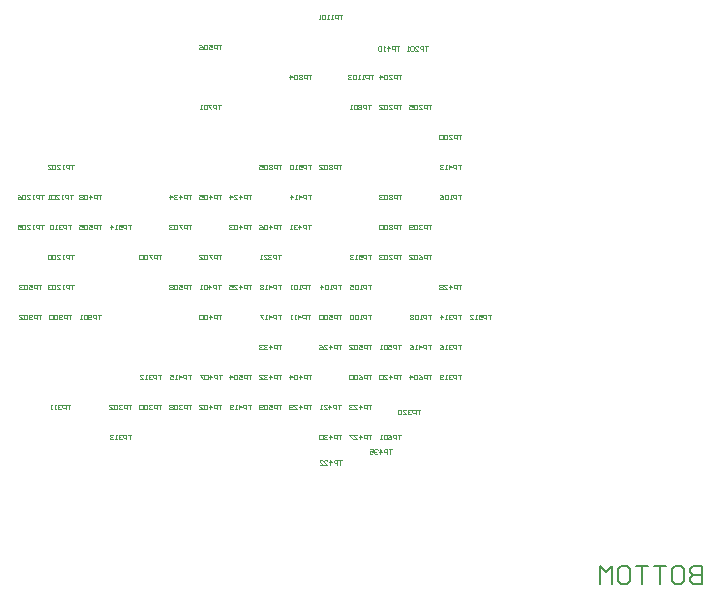
<source format=gbo>
G04*
G04 #@! TF.GenerationSoftware,Altium Limited,Altium Designer,24.10.1 (45)*
G04*
G04 Layer_Color=32896*
%FSLAX25Y25*%
%MOIN*%
G70*
G04*
G04 #@! TF.SameCoordinates,083811C0-BB5A-407D-82B1-07892853DE6B*
G04*
G04*
G04 #@! TF.FilePolarity,Positive*
G04*
G01*
G75*
%ADD20C,0.00600*%
%ADD274C,0.00299*%
D20*
X153950Y-8102D02*
Y-14100D01*
X150951D01*
X149951Y-13100D01*
Y-12101D01*
X150951Y-11101D01*
X153950D01*
X150951D01*
X149951Y-10101D01*
Y-9102D01*
X150951Y-8102D01*
X153950D01*
X144953D02*
X146952D01*
X147952Y-9102D01*
Y-13100D01*
X146952Y-14100D01*
X144953D01*
X143953Y-13100D01*
Y-9102D01*
X144953Y-8102D01*
X141954D02*
X137955D01*
X139955D01*
Y-14100D01*
X135956Y-8102D02*
X131957D01*
X133957D01*
Y-14100D01*
X126959Y-8102D02*
X128958D01*
X129958Y-9102D01*
Y-13100D01*
X128958Y-14100D01*
X126959D01*
X125959Y-13100D01*
Y-9102D01*
X126959Y-8102D01*
X123960Y-14100D02*
Y-8102D01*
X121960Y-10101D01*
X119961Y-8102D01*
Y-14100D01*
D274*
X-55661Y85654D02*
X-56710D01*
X-56186D01*
Y84080D01*
X-57235D02*
Y85654D01*
X-58022D01*
X-58285Y85391D01*
Y84867D01*
X-58022Y84604D01*
X-57235D01*
X-58810Y84080D02*
X-59334D01*
X-59072D01*
Y85654D01*
X-58810Y85391D01*
X-61171Y84080D02*
X-60122D01*
X-61171Y85129D01*
Y85391D01*
X-60909Y85654D01*
X-60384D01*
X-60122Y85391D01*
X-61696D02*
X-61958Y85654D01*
X-62483D01*
X-62745Y85391D01*
Y84342D01*
X-62483Y84080D01*
X-61958D01*
X-61696Y84342D01*
Y85391D01*
X-63270D02*
X-63532Y85654D01*
X-64057D01*
X-64320Y85391D01*
Y85129D01*
X-64057Y84867D01*
X-63795D01*
X-64057D01*
X-64320Y84604D01*
Y84342D01*
X-64057Y84080D01*
X-63532D01*
X-63270Y84342D01*
X-55661Y95654D02*
X-56710D01*
X-56186D01*
Y94080D01*
X-57235D02*
Y95654D01*
X-58022D01*
X-58285Y95391D01*
Y94867D01*
X-58022Y94604D01*
X-57235D01*
X-58810Y94080D02*
X-59334D01*
X-59072D01*
Y95654D01*
X-58810Y95391D01*
X-61171Y94080D02*
X-60122D01*
X-61171Y95129D01*
Y95391D01*
X-60909Y95654D01*
X-60384D01*
X-60122Y95391D01*
X-61696D02*
X-61958Y95654D01*
X-62483D01*
X-62745Y95391D01*
Y94342D01*
X-62483Y94080D01*
X-61958D01*
X-61696Y94342D01*
Y95391D01*
X-63270D02*
X-63532Y95654D01*
X-64057D01*
X-64320Y95391D01*
Y94342D01*
X-64057Y94080D01*
X-63532D01*
X-63270Y94342D01*
Y95391D01*
X73639Y135654D02*
X72589D01*
X73114D01*
Y134080D01*
X72065D02*
Y135654D01*
X71278D01*
X71015Y135391D01*
Y134867D01*
X71278Y134604D01*
X72065D01*
X69441Y134080D02*
X70490D01*
X69441Y135129D01*
Y135391D01*
X69703Y135654D01*
X70228D01*
X70490Y135391D01*
X68916D02*
X68654Y135654D01*
X68129D01*
X67867Y135391D01*
Y134342D01*
X68129Y134080D01*
X68654D01*
X68916Y134342D01*
Y135391D01*
X67342D02*
X67080Y135654D01*
X66555D01*
X66292Y135391D01*
Y134342D01*
X66555Y134080D01*
X67080D01*
X67342Y134342D01*
Y135391D01*
X-65661Y115654D02*
X-66711D01*
X-66186D01*
Y114080D01*
X-67235D02*
Y115654D01*
X-68022D01*
X-68285Y115392D01*
Y114867D01*
X-68022Y114604D01*
X-67235D01*
X-68809Y114080D02*
X-69334D01*
X-69072D01*
Y115654D01*
X-68809Y115392D01*
X-71171Y114080D02*
X-70122D01*
X-71171Y115129D01*
Y115392D01*
X-70909Y115654D01*
X-70384D01*
X-70122Y115392D01*
X-71696D02*
X-71958Y115654D01*
X-72483D01*
X-72745Y115392D01*
Y114342D01*
X-72483Y114080D01*
X-71958D01*
X-71696Y114342D01*
Y115392D01*
X-74320Y115654D02*
X-73795Y115392D01*
X-73270Y114867D01*
Y114342D01*
X-73532Y114080D01*
X-74057D01*
X-74320Y114342D01*
Y114604D01*
X-74057Y114867D01*
X-73270D01*
X-65661Y105654D02*
X-66711D01*
X-66186D01*
Y104080D01*
X-67235D02*
Y105654D01*
X-68022D01*
X-68285Y105392D01*
Y104867D01*
X-68022Y104604D01*
X-67235D01*
X-68809Y104080D02*
X-69334D01*
X-69072D01*
Y105654D01*
X-68809Y105392D01*
X-71171Y104080D02*
X-70122D01*
X-71171Y105129D01*
Y105392D01*
X-70909Y105654D01*
X-70384D01*
X-70122Y105392D01*
X-71696D02*
X-71958Y105654D01*
X-72483D01*
X-72745Y105392D01*
Y104342D01*
X-72483Y104080D01*
X-71958D01*
X-71696Y104342D01*
Y105392D01*
X-74320Y105654D02*
X-73270D01*
Y104867D01*
X-73795Y105129D01*
X-74057D01*
X-74320Y104867D01*
Y104342D01*
X-74057Y104080D01*
X-73532D01*
X-73270Y104342D01*
X-55661Y125654D02*
X-56710D01*
X-56186D01*
Y124080D01*
X-57235D02*
Y125654D01*
X-58022D01*
X-58285Y125391D01*
Y124867D01*
X-58022Y124604D01*
X-57235D01*
X-58810Y124080D02*
X-59334D01*
X-59072D01*
Y125654D01*
X-58810Y125391D01*
X-61171Y124080D02*
X-60122D01*
X-61171Y125129D01*
Y125391D01*
X-60909Y125654D01*
X-60384D01*
X-60122Y125391D01*
X-61696D02*
X-61958Y125654D01*
X-62483D01*
X-62745Y125391D01*
Y124342D01*
X-62483Y124080D01*
X-61958D01*
X-61696Y124342D01*
Y125391D01*
X-64320Y124080D02*
X-63270D01*
X-64320Y125129D01*
Y125391D01*
X-64057Y125654D01*
X-63532D01*
X-63270Y125391D01*
X-55961Y115654D02*
X-57011D01*
X-56486D01*
Y114080D01*
X-57535D02*
Y115654D01*
X-58322D01*
X-58585Y115392D01*
Y114867D01*
X-58322Y114604D01*
X-57535D01*
X-59109Y114080D02*
X-59634D01*
X-59372D01*
Y115654D01*
X-59109Y115392D01*
X-61471Y114080D02*
X-60422D01*
X-61471Y115129D01*
Y115392D01*
X-61209Y115654D01*
X-60684D01*
X-60422Y115392D01*
X-61996D02*
X-62258Y115654D01*
X-62783D01*
X-63045Y115392D01*
Y114342D01*
X-62783Y114080D01*
X-62258D01*
X-61996Y114342D01*
Y115392D01*
X-63570Y114080D02*
X-64095D01*
X-63832D01*
Y115654D01*
X-63570Y115392D01*
X44239Y155654D02*
X43189D01*
X43714D01*
Y154080D01*
X42665D02*
Y155654D01*
X41878D01*
X41615Y155392D01*
Y154867D01*
X41878Y154604D01*
X42665D01*
X41091Y154080D02*
X40566D01*
X40828D01*
Y155654D01*
X41091Y155392D01*
X39779Y154080D02*
X39254D01*
X39516D01*
Y155654D01*
X39779Y155392D01*
X38467D02*
X38204Y155654D01*
X37679D01*
X37417Y155392D01*
Y154342D01*
X37679Y154080D01*
X38204D01*
X38467Y154342D01*
Y155392D01*
X36892D02*
X36630Y155654D01*
X36105D01*
X35843Y155392D01*
Y155129D01*
X36105Y154867D01*
X36368D01*
X36105D01*
X35843Y154604D01*
Y154342D01*
X36105Y154080D01*
X36630D01*
X36892Y154342D01*
X33939Y175654D02*
X32890D01*
X33414D01*
Y174080D01*
X32365D02*
Y175654D01*
X31578D01*
X31315Y175391D01*
Y174867D01*
X31578Y174604D01*
X32365D01*
X30790Y174080D02*
X30266D01*
X30528D01*
Y175654D01*
X30790Y175391D01*
X29479Y174080D02*
X28954D01*
X29216D01*
Y175654D01*
X29479Y175391D01*
X28167D02*
X27904Y175654D01*
X27380D01*
X27117Y175391D01*
Y174342D01*
X27380Y174080D01*
X27904D01*
X28167Y174342D01*
Y175391D01*
X26592Y174080D02*
X26068D01*
X26330D01*
Y175654D01*
X26592Y175391D01*
X13639Y125654D02*
X12589D01*
X13114D01*
Y124080D01*
X12065D02*
Y125654D01*
X11278D01*
X11015Y125391D01*
Y124867D01*
X11278Y124604D01*
X12065D01*
X10491Y125391D02*
X10228Y125654D01*
X9703D01*
X9441Y125391D01*
Y125129D01*
X9703Y124867D01*
X9441Y124604D01*
Y124342D01*
X9703Y124080D01*
X10228D01*
X10491Y124342D01*
Y124604D01*
X10228Y124867D01*
X10491Y125129D01*
Y125391D01*
X10228Y124867D02*
X9703D01*
X8916Y125391D02*
X8654Y125654D01*
X8129D01*
X7867Y125391D01*
Y124342D01*
X8129Y124080D01*
X8654D01*
X8916Y124342D01*
Y125391D01*
X6292Y125654D02*
X7342D01*
Y124867D01*
X6817Y125129D01*
X6555D01*
X6292Y124867D01*
Y124342D01*
X6555Y124080D01*
X7079D01*
X7342Y124342D01*
X23639Y155654D02*
X22590D01*
X23114D01*
Y154080D01*
X22065D02*
Y155654D01*
X21278D01*
X21015Y155392D01*
Y154867D01*
X21278Y154604D01*
X22065D01*
X20491Y155392D02*
X20228Y155654D01*
X19703D01*
X19441Y155392D01*
Y155129D01*
X19703Y154867D01*
X19441Y154604D01*
Y154342D01*
X19703Y154080D01*
X20228D01*
X20491Y154342D01*
Y154604D01*
X20228Y154867D01*
X20491Y155129D01*
Y155392D01*
X20228Y154867D02*
X19703D01*
X18916Y155392D02*
X18654Y155654D01*
X18129D01*
X17867Y155392D01*
Y154342D01*
X18129Y154080D01*
X18654D01*
X18916Y154342D01*
Y155392D01*
X16555Y154080D02*
Y155654D01*
X17342Y154867D01*
X16292D01*
X53639Y115654D02*
X52589D01*
X53114D01*
Y114080D01*
X52065D02*
Y115654D01*
X51278D01*
X51015Y115392D01*
Y114867D01*
X51278Y114604D01*
X52065D01*
X50490Y115392D02*
X50228Y115654D01*
X49703D01*
X49441Y115392D01*
Y115129D01*
X49703Y114867D01*
X49441Y114604D01*
Y114342D01*
X49703Y114080D01*
X50228D01*
X50490Y114342D01*
Y114604D01*
X50228Y114867D01*
X50490Y115129D01*
Y115392D01*
X50228Y114867D02*
X49703D01*
X48916Y115392D02*
X48654Y115654D01*
X48129D01*
X47867Y115392D01*
Y114342D01*
X48129Y114080D01*
X48654D01*
X48916Y114342D01*
Y115392D01*
X47342D02*
X47080Y115654D01*
X46555D01*
X46292Y115392D01*
Y115129D01*
X46555Y114867D01*
X46817D01*
X46555D01*
X46292Y114604D01*
Y114342D01*
X46555Y114080D01*
X47080D01*
X47342Y114342D01*
X33639Y125654D02*
X32590D01*
X33114D01*
Y124080D01*
X32065D02*
Y125654D01*
X31278D01*
X31015Y125391D01*
Y124867D01*
X31278Y124604D01*
X32065D01*
X30490Y125391D02*
X30228Y125654D01*
X29703D01*
X29441Y125391D01*
Y125129D01*
X29703Y124867D01*
X29441Y124604D01*
Y124342D01*
X29703Y124080D01*
X30228D01*
X30490Y124342D01*
Y124604D01*
X30228Y124867D01*
X30490Y125129D01*
Y125391D01*
X30228Y124867D02*
X29703D01*
X28916Y125391D02*
X28654Y125654D01*
X28129D01*
X27867Y125391D01*
Y124342D01*
X28129Y124080D01*
X28654D01*
X28916Y124342D01*
Y125391D01*
X26292Y124080D02*
X27342D01*
X26292Y125129D01*
Y125391D01*
X26555Y125654D01*
X27079D01*
X27342Y125391D01*
X43439Y145654D02*
X42390D01*
X42914D01*
Y144080D01*
X41865D02*
Y145654D01*
X41078D01*
X40815Y145391D01*
Y144867D01*
X41078Y144604D01*
X41865D01*
X40290Y145391D02*
X40028Y145654D01*
X39503D01*
X39241Y145391D01*
Y145129D01*
X39503Y144867D01*
X39241Y144604D01*
Y144342D01*
X39503Y144080D01*
X40028D01*
X40290Y144342D01*
Y144604D01*
X40028Y144867D01*
X40290Y145129D01*
Y145391D01*
X40028Y144867D02*
X39503D01*
X38716Y145391D02*
X38454Y145654D01*
X37929D01*
X37667Y145391D01*
Y144342D01*
X37929Y144080D01*
X38454D01*
X38716Y144342D01*
Y145391D01*
X37142Y144080D02*
X36617D01*
X36880D01*
Y145654D01*
X37142Y145391D01*
X53639Y105654D02*
X52589D01*
X53114D01*
Y104080D01*
X52065D02*
Y105654D01*
X51278D01*
X51015Y105392D01*
Y104867D01*
X51278Y104604D01*
X52065D01*
X50490Y105392D02*
X50228Y105654D01*
X49703D01*
X49441Y105392D01*
Y105129D01*
X49703Y104867D01*
X49441Y104604D01*
Y104342D01*
X49703Y104080D01*
X50228D01*
X50490Y104342D01*
Y104604D01*
X50228Y104867D01*
X50490Y105129D01*
Y105392D01*
X50228Y104867D02*
X49703D01*
X48916Y105392D02*
X48654Y105654D01*
X48129D01*
X47867Y105392D01*
Y104342D01*
X48129Y104080D01*
X48654D01*
X48916Y104342D01*
Y105392D01*
X47342D02*
X47080Y105654D01*
X46555D01*
X46292Y105392D01*
Y104342D01*
X46555Y104080D01*
X47080D01*
X47342Y104342D01*
Y105392D01*
X-16361Y105654D02*
X-17411D01*
X-16886D01*
Y104080D01*
X-17935D02*
Y105654D01*
X-18722D01*
X-18985Y105392D01*
Y104867D01*
X-18722Y104604D01*
X-17935D01*
X-19510Y105654D02*
X-20559D01*
Y105392D01*
X-19510Y104342D01*
Y104080D01*
X-21084Y105392D02*
X-21346Y105654D01*
X-21871D01*
X-22133Y105392D01*
Y104342D01*
X-21871Y104080D01*
X-21346D01*
X-21084Y104342D01*
Y105392D01*
X-22658D02*
X-22920Y105654D01*
X-23445D01*
X-23708Y105392D01*
Y105129D01*
X-23445Y104867D01*
X-23183D01*
X-23445D01*
X-23708Y104604D01*
Y104342D01*
X-23445Y104080D01*
X-22920D01*
X-22658Y104342D01*
X50386Y30787D02*
X49336D01*
X49861D01*
Y29213D01*
X48812D02*
Y30787D01*
X48024D01*
X47762Y30525D01*
Y30000D01*
X48024Y29738D01*
X48812D01*
X46450Y29213D02*
Y30787D01*
X47237Y30000D01*
X46188D01*
X45663Y30525D02*
X45401Y30787D01*
X44876D01*
X44614Y30525D01*
Y30263D01*
X44876Y30000D01*
X45138D01*
X44876D01*
X44614Y29738D01*
Y29475D01*
X44876Y29213D01*
X45401D01*
X45663Y29475D01*
X43039Y30787D02*
X44089D01*
Y30000D01*
X43564Y30263D01*
X43302D01*
X43039Y30000D01*
Y29475D01*
X43302Y29213D01*
X43826D01*
X44089Y29475D01*
X-16361Y115654D02*
X-17411D01*
X-16886D01*
Y114080D01*
X-17935D02*
Y115654D01*
X-18722D01*
X-18985Y115392D01*
Y114867D01*
X-18722Y114604D01*
X-17935D01*
X-20297Y114080D02*
Y115654D01*
X-19510Y114867D01*
X-20559D01*
X-21084Y115392D02*
X-21346Y115654D01*
X-21871D01*
X-22133Y115392D01*
Y115129D01*
X-21871Y114867D01*
X-21609D01*
X-21871D01*
X-22133Y114604D01*
Y114342D01*
X-21871Y114080D01*
X-21346D01*
X-21084Y114342D01*
X-23445Y114080D02*
Y115654D01*
X-22658Y114867D01*
X-23708D01*
X13639Y65654D02*
X12589D01*
X13114D01*
Y64080D01*
X12065D02*
Y65654D01*
X11278D01*
X11015Y65391D01*
Y64867D01*
X11278Y64604D01*
X12065D01*
X9703Y64080D02*
Y65654D01*
X10491Y64867D01*
X9441D01*
X8916Y65391D02*
X8654Y65654D01*
X8129D01*
X7867Y65391D01*
Y65129D01*
X8129Y64867D01*
X8391D01*
X8129D01*
X7867Y64604D01*
Y64342D01*
X8129Y64080D01*
X8654D01*
X8916Y64342D01*
X7342Y65391D02*
X7079Y65654D01*
X6555D01*
X6292Y65391D01*
Y65129D01*
X6555Y64867D01*
X6817D01*
X6555D01*
X6292Y64604D01*
Y64342D01*
X6555Y64080D01*
X7079D01*
X7342Y64342D01*
X13639Y55654D02*
X12589D01*
X13114D01*
Y54080D01*
X12065D02*
Y55654D01*
X11278D01*
X11015Y55392D01*
Y54867D01*
X11278Y54604D01*
X12065D01*
X9703Y54080D02*
Y55654D01*
X10491Y54867D01*
X9441D01*
X8916Y55392D02*
X8654Y55654D01*
X8129D01*
X7867Y55392D01*
Y55129D01*
X8129Y54867D01*
X8391D01*
X8129D01*
X7867Y54604D01*
Y54342D01*
X8129Y54080D01*
X8654D01*
X8916Y54342D01*
X6292Y54080D02*
X7342D01*
X6292Y55129D01*
Y55392D01*
X6555Y55654D01*
X7079D01*
X7342Y55392D01*
X23439Y105654D02*
X22389D01*
X22914D01*
Y104080D01*
X21865D02*
Y105654D01*
X21078D01*
X20815Y105392D01*
Y104867D01*
X21078Y104604D01*
X21865D01*
X19503Y104080D02*
Y105654D01*
X20290Y104867D01*
X19241D01*
X18716Y105392D02*
X18454Y105654D01*
X17929D01*
X17667Y105392D01*
Y105129D01*
X17929Y104867D01*
X18191D01*
X17929D01*
X17667Y104604D01*
Y104342D01*
X17929Y104080D01*
X18454D01*
X18716Y104342D01*
X17142Y104080D02*
X16617D01*
X16880D01*
Y105654D01*
X17142Y105392D01*
X33639Y35654D02*
X32590D01*
X33114D01*
Y34080D01*
X32065D02*
Y35654D01*
X31278D01*
X31015Y35392D01*
Y34867D01*
X31278Y34604D01*
X32065D01*
X29703Y34080D02*
Y35654D01*
X30490Y34867D01*
X29441D01*
X28916Y35392D02*
X28654Y35654D01*
X28129D01*
X27867Y35392D01*
Y35129D01*
X28129Y34867D01*
X28391D01*
X28129D01*
X27867Y34604D01*
Y34342D01*
X28129Y34080D01*
X28654D01*
X28916Y34342D01*
X27342Y35392D02*
X27079Y35654D01*
X26555D01*
X26292Y35392D01*
Y34342D01*
X26555Y34080D01*
X27079D01*
X27342Y34342D01*
Y35392D01*
X43539Y95654D02*
X42489D01*
X43014D01*
Y94080D01*
X41965D02*
Y95654D01*
X41178D01*
X40915Y95391D01*
Y94867D01*
X41178Y94604D01*
X41965D01*
X39341Y95654D02*
X40391D01*
Y94867D01*
X39866Y95129D01*
X39603D01*
X39341Y94867D01*
Y94342D01*
X39603Y94080D01*
X40128D01*
X40391Y94342D01*
X38816Y94080D02*
X38291D01*
X38554D01*
Y95654D01*
X38816Y95391D01*
X37504D02*
X37242Y95654D01*
X36717D01*
X36455Y95391D01*
Y95129D01*
X36717Y94867D01*
X36979D01*
X36717D01*
X36455Y94604D01*
Y94342D01*
X36717Y94080D01*
X37242D01*
X37504Y94342D01*
X-36461Y105654D02*
X-37510D01*
X-36986D01*
Y104080D01*
X-38035D02*
Y105654D01*
X-38822D01*
X-39085Y105392D01*
Y104867D01*
X-38822Y104604D01*
X-38035D01*
X-40659Y105654D02*
X-39610D01*
Y104867D01*
X-40134Y105129D01*
X-40397D01*
X-40659Y104867D01*
Y104342D01*
X-40397Y104080D01*
X-39872D01*
X-39610Y104342D01*
X-41184Y104080D02*
X-41709D01*
X-41446D01*
Y105654D01*
X-41184Y105392D01*
X-43283Y104080D02*
Y105654D01*
X-42496Y104867D01*
X-43545D01*
X63639Y55654D02*
X62590D01*
X63114D01*
Y54080D01*
X62065D02*
Y55654D01*
X61278D01*
X61015Y55392D01*
Y54867D01*
X61278Y54604D01*
X62065D01*
X59441Y55654D02*
X59966Y55392D01*
X60491Y54867D01*
Y54342D01*
X60228Y54080D01*
X59703D01*
X59441Y54342D01*
Y54604D01*
X59703Y54867D01*
X60491D01*
X58916Y55392D02*
X58654Y55654D01*
X58129D01*
X57867Y55392D01*
Y54342D01*
X58129Y54080D01*
X58654D01*
X58916Y54342D01*
Y55392D01*
X56555Y54080D02*
Y55654D01*
X57342Y54867D01*
X56292D01*
X63639Y95654D02*
X62590D01*
X63114D01*
Y94080D01*
X62065D02*
Y95654D01*
X61278D01*
X61015Y95391D01*
Y94867D01*
X61278Y94604D01*
X62065D01*
X59441Y95654D02*
X59966Y95391D01*
X60491Y94867D01*
Y94342D01*
X60228Y94080D01*
X59703D01*
X59441Y94342D01*
Y94604D01*
X59703Y94867D01*
X60491D01*
X58916Y95391D02*
X58654Y95654D01*
X58129D01*
X57867Y95391D01*
Y94342D01*
X58129Y94080D01*
X58654D01*
X58916Y94342D01*
Y95391D01*
X56292Y94080D02*
X57342D01*
X56292Y95129D01*
Y95391D01*
X56555Y95654D01*
X57079D01*
X57342Y95391D01*
X63639Y145654D02*
X62590D01*
X63114D01*
Y144080D01*
X62065D02*
Y145654D01*
X61278D01*
X61015Y145391D01*
Y144867D01*
X61278Y144604D01*
X62065D01*
X59441Y144080D02*
X60491D01*
X59441Y145129D01*
Y145391D01*
X59703Y145654D01*
X60228D01*
X60491Y145391D01*
X58916D02*
X58654Y145654D01*
X58129D01*
X57867Y145391D01*
Y144342D01*
X58129Y144080D01*
X58654D01*
X58916Y144342D01*
Y145391D01*
X56292Y145654D02*
X57342D01*
Y144867D01*
X56817Y145129D01*
X56555D01*
X56292Y144867D01*
Y144342D01*
X56555Y144080D01*
X57079D01*
X57342Y144342D01*
X53639Y155654D02*
X52589D01*
X53114D01*
Y154080D01*
X52065D02*
Y155654D01*
X51278D01*
X51015Y155392D01*
Y154867D01*
X51278Y154604D01*
X52065D01*
X49441Y154080D02*
X50490D01*
X49441Y155129D01*
Y155392D01*
X49703Y155654D01*
X50228D01*
X50490Y155392D01*
X48916D02*
X48654Y155654D01*
X48129D01*
X47867Y155392D01*
Y154342D01*
X48129Y154080D01*
X48654D01*
X48916Y154342D01*
Y155392D01*
X46555Y154080D02*
Y155654D01*
X47342Y154867D01*
X46292D01*
X63539Y75654D02*
X62489D01*
X63014D01*
Y74080D01*
X61965D02*
Y75654D01*
X61178D01*
X60915Y75392D01*
Y74867D01*
X61178Y74604D01*
X61965D01*
X60391Y74080D02*
X59866D01*
X60128D01*
Y75654D01*
X60391Y75392D01*
X59079D02*
X58816Y75654D01*
X58291D01*
X58029Y75392D01*
Y74342D01*
X58291Y74080D01*
X58816D01*
X59079Y74342D01*
Y75392D01*
X57504D02*
X57242Y75654D01*
X56717D01*
X56455Y75392D01*
Y75129D01*
X56717Y74867D01*
X56455Y74604D01*
Y74342D01*
X56717Y74080D01*
X57242D01*
X57504Y74342D01*
Y74604D01*
X57242Y74867D01*
X57504Y75129D01*
Y75392D01*
X57242Y74867D02*
X56717D01*
X43539Y85654D02*
X42489D01*
X43014D01*
Y84080D01*
X41965D02*
Y85654D01*
X41178D01*
X40915Y85391D01*
Y84867D01*
X41178Y84604D01*
X41965D01*
X40391Y84080D02*
X39866D01*
X40128D01*
Y85654D01*
X40391Y85391D01*
X39079D02*
X38816Y85654D01*
X38291D01*
X38029Y85391D01*
Y84342D01*
X38291Y84080D01*
X38816D01*
X39079Y84342D01*
Y85391D01*
X36455Y85654D02*
X37504D01*
Y84867D01*
X36979Y85129D01*
X36717D01*
X36455Y84867D01*
Y84342D01*
X36717Y84080D01*
X37242D01*
X37504Y84342D01*
X33539Y85654D02*
X32489D01*
X33014D01*
Y84080D01*
X31965D02*
Y85654D01*
X31178D01*
X30915Y85391D01*
Y84867D01*
X31178Y84604D01*
X31965D01*
X30391Y84080D02*
X29866D01*
X30128D01*
Y85654D01*
X30391Y85391D01*
X29079D02*
X28816Y85654D01*
X28291D01*
X28029Y85391D01*
Y84342D01*
X28291Y84080D01*
X28816D01*
X29079Y84342D01*
Y85391D01*
X26717Y84080D02*
Y85654D01*
X27504Y84867D01*
X26455D01*
X83539Y75654D02*
X82490D01*
X83014D01*
Y74080D01*
X81965D02*
Y75654D01*
X81178D01*
X80915Y75392D01*
Y74867D01*
X81178Y74604D01*
X81965D01*
X79341Y75654D02*
X80391D01*
Y74867D01*
X79866Y75129D01*
X79603D01*
X79341Y74867D01*
Y74342D01*
X79603Y74080D01*
X80128D01*
X80391Y74342D01*
X78816Y74080D02*
X78291D01*
X78554D01*
Y75654D01*
X78816Y75392D01*
X76455Y74080D02*
X77504D01*
X76455Y75129D01*
Y75392D01*
X76717Y75654D01*
X77242D01*
X77504Y75392D01*
X23239Y85654D02*
X22189D01*
X22714D01*
Y84080D01*
X21665D02*
Y85654D01*
X20878D01*
X20615Y85391D01*
Y84867D01*
X20878Y84604D01*
X21665D01*
X20090Y84080D02*
X19566D01*
X19828D01*
Y85654D01*
X20090Y85391D01*
X18779D02*
X18516Y85654D01*
X17991D01*
X17729Y85391D01*
Y84342D01*
X17991Y84080D01*
X18516D01*
X18779Y84342D01*
Y85391D01*
X17204Y84080D02*
X16680D01*
X16942D01*
Y85654D01*
X17204Y85391D01*
X43539Y75654D02*
X42489D01*
X43014D01*
Y74080D01*
X41965D02*
Y75654D01*
X41178D01*
X40915Y75392D01*
Y74867D01*
X41178Y74604D01*
X41965D01*
X40391Y74080D02*
X39866D01*
X40128D01*
Y75654D01*
X40391Y75392D01*
X39079D02*
X38816Y75654D01*
X38291D01*
X38029Y75392D01*
Y74342D01*
X38291Y74080D01*
X38816D01*
X39079Y74342D01*
Y75392D01*
X37504D02*
X37242Y75654D01*
X36717D01*
X36455Y75392D01*
Y74342D01*
X36717Y74080D01*
X37242D01*
X37504Y74342D01*
Y75392D01*
X-6561Y145654D02*
X-7610D01*
X-7086D01*
Y144080D01*
X-8135D02*
Y145654D01*
X-8922D01*
X-9185Y145391D01*
Y144867D01*
X-8922Y144604D01*
X-8135D01*
X-9709Y145654D02*
X-10759D01*
Y145391D01*
X-9709Y144342D01*
Y144080D01*
X-11284Y145391D02*
X-11546Y145654D01*
X-12071D01*
X-12333Y145391D01*
Y144342D01*
X-12071Y144080D01*
X-11546D01*
X-11284Y144342D01*
Y145391D01*
X-12858Y144080D02*
X-13383D01*
X-13121D01*
Y145654D01*
X-12858Y145391D01*
X-6361Y95654D02*
X-7411D01*
X-6886D01*
Y94080D01*
X-7935D02*
Y95654D01*
X-8722D01*
X-8985Y95391D01*
Y94867D01*
X-8722Y94604D01*
X-7935D01*
X-9510Y95654D02*
X-10559D01*
Y95391D01*
X-9510Y94342D01*
Y94080D01*
X-11084Y95391D02*
X-11346Y95654D01*
X-11871D01*
X-12133Y95391D01*
Y94342D01*
X-11871Y94080D01*
X-11346D01*
X-11084Y94342D01*
Y95391D01*
X-13708Y94080D02*
X-12658D01*
X-13708Y95129D01*
Y95391D01*
X-13445Y95654D01*
X-12921D01*
X-12658Y95391D01*
X-26361Y95654D02*
X-27411D01*
X-26886D01*
Y94080D01*
X-27935D02*
Y95654D01*
X-28722D01*
X-28985Y95391D01*
Y94867D01*
X-28722Y94604D01*
X-27935D01*
X-29509Y95654D02*
X-30559D01*
Y95391D01*
X-29509Y94342D01*
Y94080D01*
X-31084Y95391D02*
X-31346Y95654D01*
X-31871D01*
X-32133Y95391D01*
Y94342D01*
X-31871Y94080D01*
X-31346D01*
X-31084Y94342D01*
Y95391D01*
X-32658D02*
X-32921Y95654D01*
X-33445D01*
X-33708Y95391D01*
Y94342D01*
X-33445Y94080D01*
X-32921D01*
X-32658Y94342D01*
Y95391D01*
X-46561Y75654D02*
X-47611D01*
X-47086D01*
Y74080D01*
X-48135D02*
Y75654D01*
X-48922D01*
X-49185Y75392D01*
Y74867D01*
X-48922Y74604D01*
X-48135D01*
X-49709Y74342D02*
X-49972Y74080D01*
X-50497D01*
X-50759Y74342D01*
Y75392D01*
X-50497Y75654D01*
X-49972D01*
X-49709Y75392D01*
Y75129D01*
X-49972Y74867D01*
X-50759D01*
X-51284Y75392D02*
X-51546Y75654D01*
X-52071D01*
X-52333Y75392D01*
Y74342D01*
X-52071Y74080D01*
X-51546D01*
X-51284Y74342D01*
Y75392D01*
X-52858Y74080D02*
X-53383D01*
X-53120D01*
Y75654D01*
X-52858Y75392D01*
X-56361Y75654D02*
X-57411D01*
X-56886D01*
Y74080D01*
X-57935D02*
Y75654D01*
X-58722D01*
X-58985Y75392D01*
Y74867D01*
X-58722Y74604D01*
X-57935D01*
X-59509Y74342D02*
X-59772Y74080D01*
X-60297D01*
X-60559Y74342D01*
Y75392D01*
X-60297Y75654D01*
X-59772D01*
X-59509Y75392D01*
Y75129D01*
X-59772Y74867D01*
X-60559D01*
X-61084Y75392D02*
X-61346Y75654D01*
X-61871D01*
X-62133Y75392D01*
Y74342D01*
X-61871Y74080D01*
X-61346D01*
X-61084Y74342D01*
Y75392D01*
X-62658D02*
X-62920Y75654D01*
X-63445D01*
X-63708Y75392D01*
Y74342D01*
X-63445Y74080D01*
X-62920D01*
X-62658Y74342D01*
Y75392D01*
X-66361Y75654D02*
X-67410D01*
X-66886D01*
Y74080D01*
X-67935D02*
Y75654D01*
X-68722D01*
X-68985Y75392D01*
Y74867D01*
X-68722Y74604D01*
X-67935D01*
X-69510Y74342D02*
X-69772Y74080D01*
X-70297D01*
X-70559Y74342D01*
Y75392D01*
X-70297Y75654D01*
X-69772D01*
X-69510Y75392D01*
Y75129D01*
X-69772Y74867D01*
X-70559D01*
X-71084Y75392D02*
X-71346Y75654D01*
X-71871D01*
X-72133Y75392D01*
Y74342D01*
X-71871Y74080D01*
X-71346D01*
X-71084Y74342D01*
Y75392D01*
X-73708Y74080D02*
X-72658D01*
X-73708Y75129D01*
Y75392D01*
X-73445Y75654D01*
X-72921D01*
X-72658Y75392D01*
X59900Y43955D02*
X58851D01*
X59375D01*
Y42381D01*
X58326D02*
Y43955D01*
X57539D01*
X57276Y43693D01*
Y43168D01*
X57539Y42906D01*
X58326D01*
X56751Y43693D02*
X56489Y43955D01*
X55964D01*
X55702Y43693D01*
Y43431D01*
X55964Y43168D01*
X56227D01*
X55964D01*
X55702Y42906D01*
Y42644D01*
X55964Y42381D01*
X56489D01*
X56751Y42644D01*
X54128Y42381D02*
X55177D01*
X54128Y43431D01*
Y43693D01*
X54390Y43955D01*
X54915D01*
X55177Y43693D01*
X53603D02*
X53341Y43955D01*
X52816D01*
X52553Y43693D01*
Y42644D01*
X52816Y42381D01*
X53341D01*
X53603Y42644D01*
Y43693D01*
X73539Y55654D02*
X72490D01*
X73014D01*
Y54080D01*
X71965D02*
Y55654D01*
X71178D01*
X70915Y55392D01*
Y54867D01*
X71178Y54604D01*
X71965D01*
X70390Y55392D02*
X70128Y55654D01*
X69603D01*
X69341Y55392D01*
Y55129D01*
X69603Y54867D01*
X69866D01*
X69603D01*
X69341Y54604D01*
Y54342D01*
X69603Y54080D01*
X70128D01*
X70390Y54342D01*
X68816Y54080D02*
X68291D01*
X68554D01*
Y55654D01*
X68816Y55392D01*
X67504Y54342D02*
X67242Y54080D01*
X66717D01*
X66455Y54342D01*
Y55392D01*
X66717Y55654D01*
X67242D01*
X67504Y55392D01*
Y55129D01*
X67242Y54867D01*
X66455D01*
X73539Y65654D02*
X72490D01*
X73014D01*
Y64080D01*
X71965D02*
Y65654D01*
X71178D01*
X70915Y65391D01*
Y64867D01*
X71178Y64604D01*
X71965D01*
X70390Y65391D02*
X70128Y65654D01*
X69603D01*
X69341Y65391D01*
Y65129D01*
X69603Y64867D01*
X69866D01*
X69603D01*
X69341Y64604D01*
Y64342D01*
X69603Y64080D01*
X70128D01*
X70390Y64342D01*
X68816Y64080D02*
X68291D01*
X68554D01*
Y65654D01*
X68816Y65391D01*
X66455Y65654D02*
X66979Y65391D01*
X67504Y64867D01*
Y64342D01*
X67242Y64080D01*
X66717D01*
X66455Y64342D01*
Y64604D01*
X66717Y64867D01*
X67504D01*
X73539Y75654D02*
X72490D01*
X73014D01*
Y74080D01*
X71965D02*
Y75654D01*
X71178D01*
X70915Y75392D01*
Y74867D01*
X71178Y74604D01*
X71965D01*
X70390Y75392D02*
X70128Y75654D01*
X69603D01*
X69341Y75392D01*
Y75129D01*
X69603Y74867D01*
X69866D01*
X69603D01*
X69341Y74604D01*
Y74342D01*
X69603Y74080D01*
X70128D01*
X70390Y74342D01*
X68816Y74080D02*
X68291D01*
X68554D01*
Y75654D01*
X68816Y75392D01*
X66717Y74080D02*
Y75654D01*
X67504Y74867D01*
X66455D01*
X-16361Y85654D02*
X-17411D01*
X-16886D01*
Y84080D01*
X-17935D02*
Y85654D01*
X-18722D01*
X-18985Y85391D01*
Y84867D01*
X-18722Y84604D01*
X-17935D01*
X-20559Y85654D02*
X-19510D01*
Y84867D01*
X-20034Y85129D01*
X-20297D01*
X-20559Y84867D01*
Y84342D01*
X-20297Y84080D01*
X-19772D01*
X-19510Y84342D01*
X-21084Y85391D02*
X-21346Y85654D01*
X-21871D01*
X-22133Y85391D01*
Y84342D01*
X-21871Y84080D01*
X-21346D01*
X-21084Y84342D01*
Y85391D01*
X-22658D02*
X-22920Y85654D01*
X-23445D01*
X-23708Y85391D01*
Y85129D01*
X-23445Y84867D01*
X-23708Y84604D01*
Y84342D01*
X-23445Y84080D01*
X-22920D01*
X-22658Y84342D01*
Y84604D01*
X-22920Y84867D01*
X-22658Y85129D01*
Y85391D01*
X-22920Y84867D02*
X-23445D01*
X23539Y125654D02*
X22490D01*
X23014D01*
Y124080D01*
X21965D02*
Y125654D01*
X21178D01*
X20915Y125391D01*
Y124867D01*
X21178Y124604D01*
X21965D01*
X19341Y125654D02*
X20391D01*
Y124867D01*
X19866Y125129D01*
X19603D01*
X19341Y124867D01*
Y124342D01*
X19603Y124080D01*
X20128D01*
X20391Y124342D01*
X18816Y124080D02*
X18291D01*
X18554D01*
Y125654D01*
X18816Y125391D01*
X17504D02*
X17242Y125654D01*
X16717D01*
X16455Y125391D01*
Y124342D01*
X16717Y124080D01*
X17242D01*
X17504Y124342D01*
Y125391D01*
X73539Y115654D02*
X72490D01*
X73014D01*
Y114080D01*
X71965D02*
Y115654D01*
X71178D01*
X70915Y115392D01*
Y114867D01*
X71178Y114604D01*
X71965D01*
X70390Y114080D02*
X69866D01*
X70128D01*
Y115654D01*
X70390Y115392D01*
X69078D02*
X68816Y115654D01*
X68291D01*
X68029Y115392D01*
Y114342D01*
X68291Y114080D01*
X68816D01*
X69078Y114342D01*
Y115392D01*
X66455Y115654D02*
X66979Y115392D01*
X67504Y114867D01*
Y114342D01*
X67242Y114080D01*
X66717D01*
X66455Y114342D01*
Y114604D01*
X66717Y114867D01*
X67504D01*
X-6361Y45654D02*
X-7411D01*
X-6886D01*
Y44080D01*
X-7935D02*
Y45654D01*
X-8722D01*
X-8985Y45391D01*
Y44867D01*
X-8722Y44604D01*
X-7935D01*
X-10297Y44080D02*
Y45654D01*
X-9510Y44867D01*
X-10559D01*
X-11084Y45391D02*
X-11346Y45654D01*
X-11871D01*
X-12133Y45391D01*
Y44342D01*
X-11871Y44080D01*
X-11346D01*
X-11084Y44342D01*
Y45391D01*
X-13708Y44080D02*
X-12658D01*
X-13708Y45129D01*
Y45391D01*
X-13445Y45654D01*
X-12921D01*
X-12658Y45391D01*
X3639Y105654D02*
X2589D01*
X3114D01*
Y104080D01*
X2065D02*
Y105654D01*
X1278D01*
X1015Y105392D01*
Y104867D01*
X1278Y104604D01*
X2065D01*
X-297Y104080D02*
Y105654D01*
X490Y104867D01*
X-559D01*
X-1084Y105392D02*
X-1346Y105654D01*
X-1871D01*
X-2133Y105392D01*
Y104342D01*
X-1871Y104080D01*
X-1346D01*
X-1084Y104342D01*
Y105392D01*
X-2658D02*
X-2921Y105654D01*
X-3445D01*
X-3708Y105392D01*
Y105129D01*
X-3445Y104867D01*
X-3183D01*
X-3445D01*
X-3708Y104604D01*
Y104342D01*
X-3445Y104080D01*
X-2921D01*
X-2658Y104342D01*
X-6261Y55654D02*
X-7310D01*
X-6786D01*
Y54080D01*
X-7835D02*
Y55654D01*
X-8622D01*
X-8885Y55392D01*
Y54867D01*
X-8622Y54604D01*
X-7835D01*
X-10197Y54080D02*
Y55654D01*
X-9409Y54867D01*
X-10459D01*
X-10984Y55392D02*
X-11246Y55654D01*
X-11771D01*
X-12033Y55392D01*
Y54342D01*
X-11771Y54080D01*
X-11246D01*
X-10984Y54342D01*
Y55392D01*
X-12558Y55654D02*
X-13608D01*
Y55392D01*
X-12558Y54342D01*
Y54080D01*
X3539Y45654D02*
X2489D01*
X3014D01*
Y44080D01*
X1965D02*
Y45654D01*
X1178D01*
X915Y45391D01*
Y44867D01*
X1178Y44604D01*
X1965D01*
X-397Y44080D02*
Y45654D01*
X390Y44867D01*
X-659D01*
X-1184Y44080D02*
X-1709D01*
X-1446D01*
Y45654D01*
X-1184Y45391D01*
X-2496Y44342D02*
X-2758Y44080D01*
X-3283D01*
X-3545Y44342D01*
Y45391D01*
X-3283Y45654D01*
X-2758D01*
X-2496Y45391D01*
Y45129D01*
X-2758Y44867D01*
X-3545D01*
X53639Y55654D02*
X52589D01*
X53114D01*
Y54080D01*
X52065D02*
Y55654D01*
X51278D01*
X51015Y55392D01*
Y54867D01*
X51278Y54604D01*
X52065D01*
X49703Y54080D02*
Y55654D01*
X50490Y54867D01*
X49441D01*
X47867Y54080D02*
X48916D01*
X47867Y55129D01*
Y55392D01*
X48129Y55654D01*
X48654D01*
X48916Y55392D01*
X47342D02*
X47080Y55654D01*
X46555D01*
X46292Y55392D01*
Y54342D01*
X46555Y54080D01*
X47080D01*
X47342Y54342D01*
Y55392D01*
X33673Y27187D02*
X32624D01*
X33149D01*
Y25613D01*
X32099D02*
Y27187D01*
X31312D01*
X31049Y26925D01*
Y26400D01*
X31312Y26138D01*
X32099D01*
X29738Y25613D02*
Y27187D01*
X30525Y26400D01*
X29475D01*
X27901Y25613D02*
X28951D01*
X27901Y26662D01*
Y26925D01*
X28163Y27187D01*
X28688D01*
X28951Y26925D01*
X26327Y25613D02*
X27376D01*
X26327Y26662D01*
Y26925D01*
X26589Y27187D01*
X27114D01*
X27376Y26925D01*
X23639Y55654D02*
X22590D01*
X23114D01*
Y54080D01*
X22065D02*
Y55654D01*
X21278D01*
X21015Y55392D01*
Y54867D01*
X21278Y54604D01*
X22065D01*
X19703Y54080D02*
Y55654D01*
X20491Y54867D01*
X19441D01*
X18916Y55392D02*
X18654Y55654D01*
X18129D01*
X17867Y55392D01*
Y54342D01*
X18129Y54080D01*
X18654D01*
X18916Y54342D01*
Y55392D01*
X16555Y54080D02*
Y55654D01*
X17342Y54867D01*
X16292D01*
X33439Y45654D02*
X32390D01*
X32914D01*
Y44080D01*
X31865D02*
Y45654D01*
X31078D01*
X30815Y45391D01*
Y44867D01*
X31078Y44604D01*
X31865D01*
X29503Y44080D02*
Y45654D01*
X30290Y44867D01*
X29241D01*
X27667Y44080D02*
X28716D01*
X27667Y45129D01*
Y45391D01*
X27929Y45654D01*
X28454D01*
X28716Y45391D01*
X27142Y44080D02*
X26617D01*
X26880D01*
Y45654D01*
X27142Y45391D01*
X43639Y35654D02*
X42590D01*
X43114D01*
Y34080D01*
X42065D02*
Y35654D01*
X41278D01*
X41015Y35392D01*
Y34867D01*
X41278Y34604D01*
X42065D01*
X39703Y34080D02*
Y35654D01*
X40490Y34867D01*
X39441D01*
X37867Y34080D02*
X38916D01*
X37867Y35129D01*
Y35392D01*
X38129Y35654D01*
X38654D01*
X38916Y35392D01*
X37342Y35654D02*
X36292D01*
Y35392D01*
X37342Y34342D01*
Y34080D01*
X33639Y75654D02*
X32590D01*
X33114D01*
Y74080D01*
X32065D02*
Y75654D01*
X31278D01*
X31015Y75392D01*
Y74867D01*
X31278Y74604D01*
X32065D01*
X29441Y75654D02*
X30490D01*
Y74867D01*
X29966Y75129D01*
X29703D01*
X29441Y74867D01*
Y74342D01*
X29703Y74080D01*
X30228D01*
X30490Y74342D01*
X28916Y75392D02*
X28654Y75654D01*
X28129D01*
X27867Y75392D01*
Y74342D01*
X28129Y74080D01*
X28654D01*
X28916Y74342D01*
Y75392D01*
X27342D02*
X27079Y75654D01*
X26555D01*
X26292Y75392D01*
Y74342D01*
X26555Y74080D01*
X27079D01*
X27342Y74342D01*
Y75392D01*
X43639Y65654D02*
X42590D01*
X43114D01*
Y64080D01*
X42065D02*
Y65654D01*
X41278D01*
X41015Y65391D01*
Y64867D01*
X41278Y64604D01*
X42065D01*
X39441Y65654D02*
X40490D01*
Y64867D01*
X39966Y65129D01*
X39703D01*
X39441Y64867D01*
Y64342D01*
X39703Y64080D01*
X40228D01*
X40490Y64342D01*
X38916Y65391D02*
X38654Y65654D01*
X38129D01*
X37867Y65391D01*
Y64342D01*
X38129Y64080D01*
X38654D01*
X38916Y64342D01*
Y65391D01*
X36292Y64080D02*
X37342D01*
X36292Y65129D01*
Y65391D01*
X36555Y65654D01*
X37080D01*
X37342Y65391D01*
X53439Y65654D02*
X52390D01*
X52914D01*
Y64080D01*
X51865D02*
Y65654D01*
X51078D01*
X50815Y65391D01*
Y64867D01*
X51078Y64604D01*
X51865D01*
X49241Y65654D02*
X50291D01*
Y64867D01*
X49766Y65129D01*
X49503D01*
X49241Y64867D01*
Y64342D01*
X49503Y64080D01*
X50028D01*
X50291Y64342D01*
X48716Y65391D02*
X48454Y65654D01*
X47929D01*
X47667Y65391D01*
Y64342D01*
X47929Y64080D01*
X48454D01*
X48716Y64342D01*
Y65391D01*
X47142Y64080D02*
X46617D01*
X46880D01*
Y65654D01*
X47142Y65391D01*
X-6361Y75654D02*
X-7411D01*
X-6886D01*
Y74080D01*
X-7935D02*
Y75654D01*
X-8722D01*
X-8985Y75392D01*
Y74867D01*
X-8722Y74604D01*
X-7935D01*
X-10297Y74080D02*
Y75654D01*
X-9510Y74867D01*
X-10559D01*
X-11084Y75392D02*
X-11346Y75654D01*
X-11871D01*
X-12133Y75392D01*
Y74342D01*
X-11871Y74080D01*
X-11346D01*
X-11084Y74342D01*
Y75392D01*
X-12658D02*
X-12921Y75654D01*
X-13445D01*
X-13708Y75392D01*
Y74342D01*
X-13445Y74080D01*
X-12921D01*
X-12658Y74342D01*
Y75392D01*
X-6561Y85654D02*
X-7610D01*
X-7086D01*
Y84080D01*
X-8135D02*
Y85654D01*
X-8922D01*
X-9185Y85391D01*
Y84867D01*
X-8922Y84604D01*
X-8135D01*
X-10497Y84080D02*
Y85654D01*
X-9709Y84867D01*
X-10759D01*
X-11284Y85391D02*
X-11546Y85654D01*
X-12071D01*
X-12333Y85391D01*
Y84342D01*
X-12071Y84080D01*
X-11546D01*
X-11284Y84342D01*
Y85391D01*
X-12858Y84080D02*
X-13383D01*
X-13121D01*
Y85654D01*
X-12858Y85391D01*
X13639Y105654D02*
X12589D01*
X13114D01*
Y104080D01*
X12065D02*
Y105654D01*
X11278D01*
X11015Y105392D01*
Y104867D01*
X11278Y104604D01*
X12065D01*
X9703Y104080D02*
Y105654D01*
X10491Y104867D01*
X9441D01*
X8916Y105392D02*
X8654Y105654D01*
X8129D01*
X7867Y105392D01*
Y104342D01*
X8129Y104080D01*
X8654D01*
X8916Y104342D01*
Y105392D01*
X6292Y105654D02*
X6817Y105392D01*
X7342Y104867D01*
Y104342D01*
X7079Y104080D01*
X6555D01*
X6292Y104342D01*
Y104604D01*
X6555Y104867D01*
X7342D01*
X-6361Y115654D02*
X-7411D01*
X-6886D01*
Y114080D01*
X-7935D02*
Y115654D01*
X-8722D01*
X-8985Y115392D01*
Y114867D01*
X-8722Y114604D01*
X-7935D01*
X-10297Y114080D02*
Y115654D01*
X-9510Y114867D01*
X-10559D01*
X-11084Y115392D02*
X-11346Y115654D01*
X-11871D01*
X-12133Y115392D01*
Y114342D01*
X-11871Y114080D01*
X-11346D01*
X-11084Y114342D01*
Y115392D01*
X-13708Y115654D02*
X-12658D01*
Y114867D01*
X-13183Y115129D01*
X-13445D01*
X-13708Y114867D01*
Y114342D01*
X-13445Y114080D01*
X-12921D01*
X-12658Y114342D01*
X13539Y75654D02*
X12489D01*
X13014D01*
Y74080D01*
X11965D02*
Y75654D01*
X11178D01*
X10915Y75392D01*
Y74867D01*
X11178Y74604D01*
X11965D01*
X9603Y74080D02*
Y75654D01*
X10390Y74867D01*
X9341D01*
X8816Y74080D02*
X8291D01*
X8554D01*
Y75654D01*
X8816Y75392D01*
X7504Y75654D02*
X6455D01*
Y75392D01*
X7504Y74342D01*
Y74080D01*
X13539Y85654D02*
X12489D01*
X13014D01*
Y84080D01*
X11965D02*
Y85654D01*
X11178D01*
X10915Y85391D01*
Y84867D01*
X11178Y84604D01*
X11965D01*
X9603Y84080D02*
Y85654D01*
X10390Y84867D01*
X9341D01*
X8816Y84080D02*
X8291D01*
X8554D01*
Y85654D01*
X8816Y85391D01*
X7504D02*
X7242Y85654D01*
X6717D01*
X6455Y85391D01*
Y85129D01*
X6717Y84867D01*
X6455Y84604D01*
Y84342D01*
X6717Y84080D01*
X7242D01*
X7504Y84342D01*
Y84604D01*
X7242Y84867D01*
X7504Y85129D01*
Y85391D01*
X7242Y84867D02*
X6717D01*
X3639Y85654D02*
X2589D01*
X3114D01*
Y84080D01*
X2065D02*
Y85654D01*
X1278D01*
X1015Y85391D01*
Y84867D01*
X1278Y84604D01*
X2065D01*
X-297Y84080D02*
Y85654D01*
X490Y84867D01*
X-559D01*
X-2133Y84080D02*
X-1084D01*
X-2133Y85129D01*
Y85391D01*
X-1871Y85654D01*
X-1346D01*
X-1084Y85391D01*
X-3708Y85654D02*
X-2658D01*
Y84867D01*
X-3183Y85129D01*
X-3445D01*
X-3708Y84867D01*
Y84342D01*
X-3445Y84080D01*
X-2921D01*
X-2658Y84342D01*
X3639Y115654D02*
X2589D01*
X3114D01*
Y114080D01*
X2065D02*
Y115654D01*
X1278D01*
X1015Y115392D01*
Y114867D01*
X1278Y114604D01*
X2065D01*
X-297Y114080D02*
Y115654D01*
X490Y114867D01*
X-559D01*
X-2133Y114080D02*
X-1084D01*
X-2133Y115129D01*
Y115392D01*
X-1871Y115654D01*
X-1346D01*
X-1084Y115392D01*
X-3445Y114080D02*
Y115654D01*
X-2658Y114867D01*
X-3708D01*
X73639Y85654D02*
X72589D01*
X73114D01*
Y84080D01*
X72065D02*
Y85654D01*
X71278D01*
X71015Y85391D01*
Y84867D01*
X71278Y84604D01*
X72065D01*
X69703Y84080D02*
Y85654D01*
X70490Y84867D01*
X69441D01*
X67867Y84080D02*
X68916D01*
X67867Y85129D01*
Y85391D01*
X68129Y85654D01*
X68654D01*
X68916Y85391D01*
X67342D02*
X67080Y85654D01*
X66555D01*
X66292Y85391D01*
Y85129D01*
X66555Y84867D01*
X66292Y84604D01*
Y84342D01*
X66555Y84080D01*
X67080D01*
X67342Y84342D01*
Y84604D01*
X67080Y84867D01*
X67342Y85129D01*
Y85391D01*
X67080Y84867D02*
X66555D01*
X23639Y45654D02*
X22590D01*
X23114D01*
Y44080D01*
X22065D02*
Y45654D01*
X21278D01*
X21015Y45391D01*
Y44867D01*
X21278Y44604D01*
X22065D01*
X19703Y44080D02*
Y45654D01*
X20491Y44867D01*
X19441D01*
X17867Y44080D02*
X18916D01*
X17867Y45129D01*
Y45391D01*
X18129Y45654D01*
X18654D01*
X18916Y45391D01*
X17342Y44342D02*
X17079Y44080D01*
X16555D01*
X16292Y44342D01*
Y45391D01*
X16555Y45654D01*
X17079D01*
X17342Y45391D01*
Y45129D01*
X17079Y44867D01*
X16292D01*
X33639Y65654D02*
X32590D01*
X33114D01*
Y64080D01*
X32065D02*
Y65654D01*
X31278D01*
X31015Y65391D01*
Y64867D01*
X31278Y64604D01*
X32065D01*
X29703Y64080D02*
Y65654D01*
X30490Y64867D01*
X29441D01*
X27867Y64080D02*
X28916D01*
X27867Y65129D01*
Y65391D01*
X28129Y65654D01*
X28654D01*
X28916Y65391D01*
X26292Y65654D02*
X26817Y65391D01*
X27342Y64867D01*
Y64342D01*
X27079Y64080D01*
X26555D01*
X26292Y64342D01*
Y64604D01*
X26555Y64867D01*
X27342D01*
X43639Y55654D02*
X42590D01*
X43114D01*
Y54080D01*
X42065D02*
Y55654D01*
X41278D01*
X41015Y55392D01*
Y54867D01*
X41278Y54604D01*
X42065D01*
X39441Y55654D02*
X39966Y55392D01*
X40490Y54867D01*
Y54342D01*
X40228Y54080D01*
X39703D01*
X39441Y54342D01*
Y54604D01*
X39703Y54867D01*
X40490D01*
X38916Y55392D02*
X38654Y55654D01*
X38129D01*
X37867Y55392D01*
Y54342D01*
X38129Y54080D01*
X38654D01*
X38916Y54342D01*
Y55392D01*
X37342D02*
X37080Y55654D01*
X36555D01*
X36292Y55392D01*
Y54342D01*
X36555Y54080D01*
X37080D01*
X37342Y54342D01*
Y55392D01*
X53439Y35654D02*
X52390D01*
X52914D01*
Y34080D01*
X51865D02*
Y35654D01*
X51078D01*
X50815Y35392D01*
Y34867D01*
X51078Y34604D01*
X51865D01*
X49241Y35654D02*
X49766Y35392D01*
X50291Y34867D01*
Y34342D01*
X50028Y34080D01*
X49503D01*
X49241Y34342D01*
Y34604D01*
X49503Y34867D01*
X50291D01*
X48716Y35392D02*
X48454Y35654D01*
X47929D01*
X47667Y35392D01*
Y34342D01*
X47929Y34080D01*
X48454D01*
X48716Y34342D01*
Y35392D01*
X47142Y34080D02*
X46617D01*
X46880D01*
Y35654D01*
X47142Y35392D01*
X-46361Y115654D02*
X-47411D01*
X-46886D01*
Y114080D01*
X-47935D02*
Y115654D01*
X-48722D01*
X-48985Y115392D01*
Y114867D01*
X-48722Y114604D01*
X-47935D01*
X-50297Y114080D02*
Y115654D01*
X-49510Y114867D01*
X-50559D01*
X-51084Y115392D02*
X-51346Y115654D01*
X-51871D01*
X-52133Y115392D01*
Y114342D01*
X-51871Y114080D01*
X-51346D01*
X-51084Y114342D01*
Y115392D01*
X-52658D02*
X-52921Y115654D01*
X-53445D01*
X-53708Y115392D01*
Y115129D01*
X-53445Y114867D01*
X-53708Y114604D01*
Y114342D01*
X-53445Y114080D01*
X-52921D01*
X-52658Y114342D01*
Y114604D01*
X-52921Y114867D01*
X-52658Y115129D01*
Y115392D01*
X-52921Y114867D02*
X-53445D01*
X43639Y45654D02*
X42590D01*
X43114D01*
Y44080D01*
X42065D02*
Y45654D01*
X41278D01*
X41015Y45391D01*
Y44867D01*
X41278Y44604D01*
X42065D01*
X39703Y44080D02*
Y45654D01*
X40490Y44867D01*
X39441D01*
X37867Y44080D02*
X38916D01*
X37867Y45129D01*
Y45391D01*
X38129Y45654D01*
X38654D01*
X38916Y45391D01*
X37342D02*
X37080Y45654D01*
X36555D01*
X36292Y45391D01*
Y45129D01*
X36555Y44867D01*
X36817D01*
X36555D01*
X36292Y44604D01*
Y44342D01*
X36555Y44080D01*
X37080D01*
X37342Y44342D01*
X52947Y165152D02*
X51898D01*
X52423D01*
Y163578D01*
X51373D02*
Y165152D01*
X50586D01*
X50324Y164890D01*
Y164365D01*
X50586Y164102D01*
X51373D01*
X49012Y163578D02*
Y165152D01*
X49799Y164365D01*
X48749D01*
X48224Y163578D02*
X47700D01*
X47962D01*
Y165152D01*
X48224Y164890D01*
X46913D02*
X46650Y165152D01*
X46126D01*
X45863Y164890D01*
Y163840D01*
X46126Y163578D01*
X46650D01*
X46913Y163840D01*
Y164890D01*
X23239Y75654D02*
X22189D01*
X22714D01*
Y74080D01*
X21665D02*
Y75654D01*
X20878D01*
X20615Y75392D01*
Y74867D01*
X20878Y74604D01*
X21665D01*
X19303Y74080D02*
Y75654D01*
X20090Y74867D01*
X19041D01*
X18516Y74080D02*
X17991D01*
X18254D01*
Y75654D01*
X18516Y75392D01*
X17204Y74080D02*
X16680D01*
X16942D01*
Y75654D01*
X17204Y75392D01*
X73539Y125654D02*
X72490D01*
X73014D01*
Y124080D01*
X71965D02*
Y125654D01*
X71178D01*
X70915Y125391D01*
Y124867D01*
X71178Y124604D01*
X71965D01*
X69603Y124080D02*
Y125654D01*
X70390Y124867D01*
X69341D01*
X68816Y124080D02*
X68291D01*
X68554D01*
Y125654D01*
X68816Y125391D01*
X67504D02*
X67242Y125654D01*
X66717D01*
X66455Y125391D01*
Y125129D01*
X66717Y124867D01*
X66979D01*
X66717D01*
X66455Y124604D01*
Y124342D01*
X66717Y124080D01*
X67242D01*
X67504Y124342D01*
X23539Y115654D02*
X22490D01*
X23014D01*
Y114080D01*
X21965D02*
Y115654D01*
X21178D01*
X20915Y115392D01*
Y114867D01*
X21178Y114604D01*
X21965D01*
X19603Y114080D02*
Y115654D01*
X20391Y114867D01*
X19341D01*
X18816Y114080D02*
X18291D01*
X18554D01*
Y115654D01*
X18816Y115392D01*
X16717Y114080D02*
Y115654D01*
X17504Y114867D01*
X16455D01*
X-16461Y55654D02*
X-17511D01*
X-16986D01*
Y54080D01*
X-18035D02*
Y55654D01*
X-18822D01*
X-19085Y55392D01*
Y54867D01*
X-18822Y54604D01*
X-18035D01*
X-20397Y54080D02*
Y55654D01*
X-19610Y54867D01*
X-20659D01*
X-21184Y54080D02*
X-21709D01*
X-21446D01*
Y55654D01*
X-21184Y55392D01*
X-23545Y55654D02*
X-22496D01*
Y54867D01*
X-23020Y55129D01*
X-23283D01*
X-23545Y54867D01*
Y54342D01*
X-23283Y54080D01*
X-22758D01*
X-22496Y54342D01*
X63539Y65654D02*
X62489D01*
X63014D01*
Y64080D01*
X61965D02*
Y65654D01*
X61178D01*
X60915Y65391D01*
Y64867D01*
X61178Y64604D01*
X61965D01*
X59603Y64080D02*
Y65654D01*
X60391Y64867D01*
X59341D01*
X58816Y64080D02*
X58291D01*
X58554D01*
Y65654D01*
X58816Y65391D01*
X56455Y65654D02*
X56980Y65391D01*
X57504Y64867D01*
Y64342D01*
X57242Y64080D01*
X56717D01*
X56455Y64342D01*
Y64604D01*
X56717Y64867D01*
X57504D01*
X-26361Y45654D02*
X-27411D01*
X-26886D01*
Y44080D01*
X-27935D02*
Y45654D01*
X-28722D01*
X-28985Y45391D01*
Y44867D01*
X-28722Y44604D01*
X-27935D01*
X-29509Y45391D02*
X-29772Y45654D01*
X-30297D01*
X-30559Y45391D01*
Y45129D01*
X-30297Y44867D01*
X-30034D01*
X-30297D01*
X-30559Y44604D01*
Y44342D01*
X-30297Y44080D01*
X-29772D01*
X-29509Y44342D01*
X-31084Y45391D02*
X-31346Y45654D01*
X-31871D01*
X-32133Y45391D01*
Y44342D01*
X-31871Y44080D01*
X-31346D01*
X-31084Y44342D01*
Y45391D01*
X-32658D02*
X-32921Y45654D01*
X-33445D01*
X-33708Y45391D01*
Y44342D01*
X-33445Y44080D01*
X-32921D01*
X-32658Y44342D01*
Y45391D01*
X-36461Y35654D02*
X-37510D01*
X-36986D01*
Y34080D01*
X-38035D02*
Y35654D01*
X-38822D01*
X-39085Y35392D01*
Y34867D01*
X-38822Y34604D01*
X-38035D01*
X-39610Y35392D02*
X-39872Y35654D01*
X-40397D01*
X-40659Y35392D01*
Y35129D01*
X-40397Y34867D01*
X-40134D01*
X-40397D01*
X-40659Y34604D01*
Y34342D01*
X-40397Y34080D01*
X-39872D01*
X-39610Y34342D01*
X-41184Y34080D02*
X-41709D01*
X-41446D01*
Y35654D01*
X-41184Y35392D01*
X-42496D02*
X-42758Y35654D01*
X-43283D01*
X-43545Y35392D01*
Y35129D01*
X-43283Y34867D01*
X-43020D01*
X-43283D01*
X-43545Y34604D01*
Y34342D01*
X-43283Y34080D01*
X-42758D01*
X-42496Y34342D01*
X-36361Y45654D02*
X-37411D01*
X-36886D01*
Y44080D01*
X-37935D02*
Y45654D01*
X-38722D01*
X-38985Y45391D01*
Y44867D01*
X-38722Y44604D01*
X-37935D01*
X-39509Y45391D02*
X-39772Y45654D01*
X-40297D01*
X-40559Y45391D01*
Y45129D01*
X-40297Y44867D01*
X-40034D01*
X-40297D01*
X-40559Y44604D01*
Y44342D01*
X-40297Y44080D01*
X-39772D01*
X-39509Y44342D01*
X-41084Y45391D02*
X-41346Y45654D01*
X-41871D01*
X-42133Y45391D01*
Y44342D01*
X-41871Y44080D01*
X-41346D01*
X-41084Y44342D01*
Y45391D01*
X-43708Y44080D02*
X-42658D01*
X-43708Y45129D01*
Y45391D01*
X-43445Y45654D01*
X-42921D01*
X-42658Y45391D01*
X-16361Y45654D02*
X-17411D01*
X-16886D01*
Y44080D01*
X-17935D02*
Y45654D01*
X-18722D01*
X-18985Y45391D01*
Y44867D01*
X-18722Y44604D01*
X-17935D01*
X-19510Y45391D02*
X-19772Y45654D01*
X-20297D01*
X-20559Y45391D01*
Y45129D01*
X-20297Y44867D01*
X-20034D01*
X-20297D01*
X-20559Y44604D01*
Y44342D01*
X-20297Y44080D01*
X-19772D01*
X-19510Y44342D01*
X-21084Y45391D02*
X-21346Y45654D01*
X-21871D01*
X-22133Y45391D01*
Y44342D01*
X-21871Y44080D01*
X-21346D01*
X-21084Y44342D01*
Y45391D01*
X-22658D02*
X-22920Y45654D01*
X-23445D01*
X-23708Y45391D01*
Y45129D01*
X-23445Y44867D01*
X-23708Y44604D01*
Y44342D01*
X-23445Y44080D01*
X-22920D01*
X-22658Y44342D01*
Y44604D01*
X-22920Y44867D01*
X-22658Y45129D01*
Y45391D01*
X-22920Y44867D02*
X-23445D01*
X-56761Y45654D02*
X-57810D01*
X-57286D01*
Y44080D01*
X-58335D02*
Y45654D01*
X-59122D01*
X-59385Y45391D01*
Y44867D01*
X-59122Y44604D01*
X-58335D01*
X-59909Y45391D02*
X-60172Y45654D01*
X-60697D01*
X-60959Y45391D01*
Y45129D01*
X-60697Y44867D01*
X-60434D01*
X-60697D01*
X-60959Y44604D01*
Y44342D01*
X-60697Y44080D01*
X-60172D01*
X-59909Y44342D01*
X-61484Y44080D02*
X-62009D01*
X-61746D01*
Y45654D01*
X-61484Y45391D01*
X-62796Y44080D02*
X-63320D01*
X-63058D01*
Y45654D01*
X-62796Y45391D01*
X-26461Y55654D02*
X-27510D01*
X-26986D01*
Y54080D01*
X-28035D02*
Y55654D01*
X-28822D01*
X-29085Y55392D01*
Y54867D01*
X-28822Y54604D01*
X-28035D01*
X-29610Y55392D02*
X-29872Y55654D01*
X-30397D01*
X-30659Y55392D01*
Y55129D01*
X-30397Y54867D01*
X-30134D01*
X-30397D01*
X-30659Y54604D01*
Y54342D01*
X-30397Y54080D01*
X-29872D01*
X-29610Y54342D01*
X-31184Y54080D02*
X-31709D01*
X-31446D01*
Y55654D01*
X-31184Y55392D01*
X-33545Y54080D02*
X-32496D01*
X-33545Y55129D01*
Y55392D01*
X-33283Y55654D01*
X-32758D01*
X-32496Y55392D01*
X63639Y105654D02*
X62590D01*
X63114D01*
Y104080D01*
X62065D02*
Y105654D01*
X61278D01*
X61015Y105392D01*
Y104867D01*
X61278Y104604D01*
X62065D01*
X60491Y105392D02*
X60228Y105654D01*
X59703D01*
X59441Y105392D01*
Y105129D01*
X59703Y104867D01*
X59966D01*
X59703D01*
X59441Y104604D01*
Y104342D01*
X59703Y104080D01*
X60228D01*
X60491Y104342D01*
X58916Y105392D02*
X58654Y105654D01*
X58129D01*
X57867Y105392D01*
Y104342D01*
X58129Y104080D01*
X58654D01*
X58916Y104342D01*
Y105392D01*
X57342Y104342D02*
X57079Y104080D01*
X56555D01*
X56292Y104342D01*
Y105392D01*
X56555Y105654D01*
X57079D01*
X57342Y105392D01*
Y105129D01*
X57079Y104867D01*
X56292D01*
X-56461Y105654D02*
X-57511D01*
X-56986D01*
Y104080D01*
X-58035D02*
Y105654D01*
X-58822D01*
X-59085Y105392D01*
Y104867D01*
X-58822Y104604D01*
X-58035D01*
X-59610Y105392D02*
X-59872Y105654D01*
X-60397D01*
X-60659Y105392D01*
Y105129D01*
X-60397Y104867D01*
X-60134D01*
X-60397D01*
X-60659Y104604D01*
Y104342D01*
X-60397Y104080D01*
X-59872D01*
X-59610Y104342D01*
X-61184Y104080D02*
X-61709D01*
X-61446D01*
Y105654D01*
X-61184Y105392D01*
X-62496D02*
X-62758Y105654D01*
X-63283D01*
X-63545Y105392D01*
Y104342D01*
X-63283Y104080D01*
X-62758D01*
X-62496Y104342D01*
Y105392D01*
X13439Y95654D02*
X12389D01*
X12914D01*
Y94080D01*
X11865D02*
Y95654D01*
X11078D01*
X10815Y95391D01*
Y94867D01*
X11078Y94604D01*
X11865D01*
X10290Y95391D02*
X10028Y95654D01*
X9503D01*
X9241Y95391D01*
Y95129D01*
X9503Y94867D01*
X9766D01*
X9503D01*
X9241Y94604D01*
Y94342D01*
X9503Y94080D01*
X10028D01*
X10290Y94342D01*
X7667Y94080D02*
X8716D01*
X7667Y95129D01*
Y95391D01*
X7929Y95654D01*
X8454D01*
X8716Y95391D01*
X7142Y94080D02*
X6617D01*
X6880D01*
Y95654D01*
X7142Y95391D01*
X-46361Y105654D02*
X-47411D01*
X-46886D01*
Y104080D01*
X-47935D02*
Y105654D01*
X-48722D01*
X-48985Y105392D01*
Y104867D01*
X-48722Y104604D01*
X-47935D01*
X-50559Y105654D02*
X-49510D01*
Y104867D01*
X-50034Y105129D01*
X-50297D01*
X-50559Y104867D01*
Y104342D01*
X-50297Y104080D01*
X-49772D01*
X-49510Y104342D01*
X-51084Y105392D02*
X-51346Y105654D01*
X-51871D01*
X-52133Y105392D01*
Y104342D01*
X-51871Y104080D01*
X-51346D01*
X-51084Y104342D01*
Y105392D01*
X-53708Y105654D02*
X-52658D01*
Y104867D01*
X-53183Y105129D01*
X-53445D01*
X-53708Y104867D01*
Y104342D01*
X-53445Y104080D01*
X-52921D01*
X-52658Y104342D01*
X-6361Y165654D02*
X-7411D01*
X-6886D01*
Y164080D01*
X-7935D02*
Y165654D01*
X-8722D01*
X-8985Y165392D01*
Y164867D01*
X-8722Y164604D01*
X-7935D01*
X-10559Y165654D02*
X-9510D01*
Y164867D01*
X-10034Y165129D01*
X-10297D01*
X-10559Y164867D01*
Y164342D01*
X-10297Y164080D01*
X-9772D01*
X-9510Y164342D01*
X-11084Y165392D02*
X-11346Y165654D01*
X-11871D01*
X-12133Y165392D01*
Y164342D01*
X-11871Y164080D01*
X-11346D01*
X-11084Y164342D01*
Y165392D01*
X-13708Y165654D02*
X-13183Y165392D01*
X-12658Y164867D01*
Y164342D01*
X-12921Y164080D01*
X-13445D01*
X-13708Y164342D01*
Y164604D01*
X-13445Y164867D01*
X-12658D01*
X3639Y55654D02*
X2589D01*
X3114D01*
Y54080D01*
X2065D02*
Y55654D01*
X1278D01*
X1015Y55392D01*
Y54867D01*
X1278Y54604D01*
X2065D01*
X-559Y55654D02*
X490D01*
Y54867D01*
X-34Y55129D01*
X-297D01*
X-559Y54867D01*
Y54342D01*
X-297Y54080D01*
X228D01*
X490Y54342D01*
X-1084Y55392D02*
X-1346Y55654D01*
X-1871D01*
X-2133Y55392D01*
Y54342D01*
X-1871Y54080D01*
X-1346D01*
X-1084Y54342D01*
Y55392D01*
X-3445Y54080D02*
Y55654D01*
X-2658Y54867D01*
X-3708D01*
X13639Y45654D02*
X12589D01*
X13114D01*
Y44080D01*
X12065D02*
Y45654D01*
X11278D01*
X11015Y45391D01*
Y44867D01*
X11278Y44604D01*
X12065D01*
X9441Y45654D02*
X10491D01*
Y44867D01*
X9966Y45129D01*
X9703D01*
X9441Y44867D01*
Y44342D01*
X9703Y44080D01*
X10228D01*
X10491Y44342D01*
X8916Y45391D02*
X8654Y45654D01*
X8129D01*
X7867Y45391D01*
Y44342D01*
X8129Y44080D01*
X8654D01*
X8916Y44342D01*
Y45391D01*
X7342Y44342D02*
X7079Y44080D01*
X6555D01*
X6292Y44342D01*
Y45391D01*
X6555Y45654D01*
X7079D01*
X7342Y45391D01*
Y45129D01*
X7079Y44867D01*
X6292D01*
X-66361Y85654D02*
X-67410D01*
X-66886D01*
Y84080D01*
X-67935D02*
Y85654D01*
X-68722D01*
X-68985Y85391D01*
Y84867D01*
X-68722Y84604D01*
X-67935D01*
X-70559Y85654D02*
X-69510D01*
Y84867D01*
X-70034Y85129D01*
X-70297D01*
X-70559Y84867D01*
Y84342D01*
X-70297Y84080D01*
X-69772D01*
X-69510Y84342D01*
X-71084Y85391D02*
X-71346Y85654D01*
X-71871D01*
X-72133Y85391D01*
Y84342D01*
X-71871Y84080D01*
X-71346D01*
X-71084Y84342D01*
Y85391D01*
X-72658D02*
X-72921Y85654D01*
X-73445D01*
X-73708Y85391D01*
Y85129D01*
X-73445Y84867D01*
X-73183D01*
X-73445D01*
X-73708Y84604D01*
Y84342D01*
X-73445Y84080D01*
X-72921D01*
X-72658Y84342D01*
X53639Y95654D02*
X52589D01*
X53114D01*
Y94080D01*
X52065D02*
Y95654D01*
X51278D01*
X51015Y95391D01*
Y94867D01*
X51278Y94604D01*
X52065D01*
X49441Y94080D02*
X50490D01*
X49441Y95129D01*
Y95391D01*
X49703Y95654D01*
X50228D01*
X50490Y95391D01*
X48916D02*
X48654Y95654D01*
X48129D01*
X47867Y95391D01*
Y94342D01*
X48129Y94080D01*
X48654D01*
X48916Y94342D01*
Y95391D01*
X47342D02*
X47080Y95654D01*
X46555D01*
X46292Y95391D01*
Y95129D01*
X46555Y94867D01*
X46817D01*
X46555D01*
X46292Y94604D01*
Y94342D01*
X46555Y94080D01*
X47080D01*
X47342Y94342D01*
X62399Y165152D02*
X61349D01*
X61874D01*
Y163578D01*
X60825D02*
Y165152D01*
X60038D01*
X59775Y164890D01*
Y164365D01*
X60038Y164102D01*
X60825D01*
X58201Y163578D02*
X59250D01*
X58201Y164627D01*
Y164890D01*
X58463Y165152D01*
X58988D01*
X59250Y164890D01*
X57676D02*
X57414Y165152D01*
X56889D01*
X56627Y164890D01*
Y163840D01*
X56889Y163578D01*
X57414D01*
X57676Y163840D01*
Y164890D01*
X56102Y163578D02*
X55577D01*
X55840D01*
Y165152D01*
X56102Y164890D01*
X53639Y145654D02*
X52589D01*
X53114D01*
Y144080D01*
X52065D02*
Y145654D01*
X51278D01*
X51015Y145391D01*
Y144867D01*
X51278Y144604D01*
X52065D01*
X49441Y144080D02*
X50490D01*
X49441Y145129D01*
Y145391D01*
X49703Y145654D01*
X50228D01*
X50490Y145391D01*
X48916D02*
X48654Y145654D01*
X48129D01*
X47867Y145391D01*
Y144342D01*
X48129Y144080D01*
X48654D01*
X48916Y144342D01*
Y145391D01*
X46292Y144080D02*
X47342D01*
X46292Y145129D01*
Y145391D01*
X46555Y145654D01*
X47080D01*
X47342Y145391D01*
M02*

</source>
